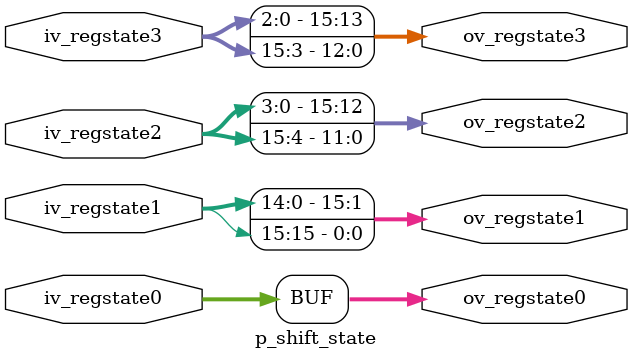
<source format=v>
module p_shift_state(
        iv_regstate0,
        iv_regstate1,
        iv_regstate2,
        iv_regstate3,
        ov_regstate0,
        ov_regstate1,
        ov_regstate2,
        ov_regstate3
        );
  input[15:0] iv_regstate0;
  input[15:0] iv_regstate1;
  input[15:0] iv_regstate2;
  input[15:0] iv_regstate3;
  output[15:0] ov_regstate0;
  output[15:0] ov_regstate1;
  output[15:0] ov_regstate2;
  output[15:0] ov_regstate3;

  assign ov_regstate0 = iv_regstate0;
  assign ov_regstate1 = {iv_regstate1[14:0],iv_regstate1[15]};
  assign ov_regstate2 = {iv_regstate2[3:0],iv_regstate2[15:4]};
  assign ov_regstate3 = {iv_regstate3[2:0],iv_regstate3[15:3]};

endmodule	

</source>
